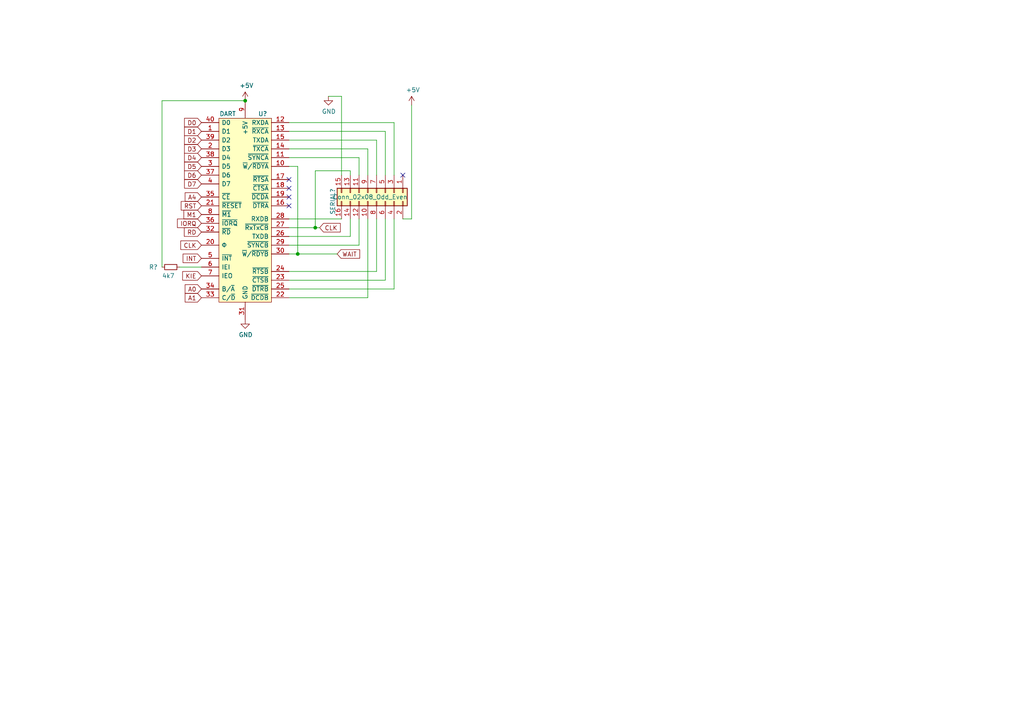
<source format=kicad_sch>
(kicad_sch (version 20211123) (generator eeschema)
  (paper "A4")
  (lib_symbols
    (symbol "Connector_Generic:Conn_02x08_Odd_Even" (pin_names (offset 1.016) hide)
      (property "Reference" "J" (at 1.27 10.16 0))
      (property "Value" "Conn_02x08_Odd_Even" (at 1.27 -12.7 0))
      (symbol "Conn_02x08_Odd_Even_1_1"
        (rectangle (start -1.27 -10.033) (end 0 -10.287) (stroke (width 0.1524)))
        (rectangle (start -1.27 -7.493) (end 0 -7.747) (stroke (width 0.1524)))
        (rectangle (start -1.27 -4.953) (end 0 -5.207) (stroke (width 0.1524)))
        (rectangle (start -1.27 -2.413) (end 0 -2.667) (stroke (width 0.1524)))
        (rectangle (start -1.27 0.127) (end 0 -0.127) (stroke (width 0.1524)))
        (rectangle (start -1.27 2.667) (end 0 2.413) (stroke (width 0.1524)))
        (rectangle (start -1.27 5.207) (end 0 4.953) (stroke (width 0.1524)))
        (rectangle (start -1.27 7.747) (end 0 7.493) (stroke (width 0.1524)))
        (rectangle (start -1.27 8.89) (end 3.81 -11.43) (stroke (width 0.254)) (fill (type background)))
        (rectangle (start 3.81 -10.033) (end 2.54 -10.287) (stroke (width 0.1524)))
        (rectangle (start 3.81 -7.493) (end 2.54 -7.747) (stroke (width 0.1524)))
        (rectangle (start 3.81 -4.953) (end 2.54 -5.207) (stroke (width 0.1524)))
        (rectangle (start 3.81 -2.413) (end 2.54 -2.667) (stroke (width 0.1524)))
        (rectangle (start 3.81 0.127) (end 2.54 -0.127) (stroke (width 0.1524)))
        (rectangle (start 3.81 2.667) (end 2.54 2.413) (stroke (width 0.1524)))
        (rectangle (start 3.81 5.207) (end 2.54 4.953) (stroke (width 0.1524)))
        (rectangle (start 3.81 7.747) (end 2.54 7.493) (stroke (width 0.1524)))
        (pin passive line (at -5.08 7.62 0) (length 3.81) (name "Pin_1") (number "1"))
        (pin passive line (at 7.62 -2.54 180) (length 3.81) (name "Pin_10") (number "10"))
        (pin passive line (at -5.08 -5.08 0) (length 3.81) (name "Pin_11") (number "11"))
        (pin passive line (at 7.62 -5.08 180) (length 3.81) (name "Pin_12") (number "12"))
        (pin passive line (at -5.08 -7.62 0) (length 3.81) (name "Pin_13") (number "13"))
        (pin passive line (at 7.62 -7.62 180) (length 3.81) (name "Pin_14") (number "14"))
        (pin passive line (at -5.08 -10.16 0) (length 3.81) (name "Pin_15") (number "15"))
        (pin passive line (at 7.62 -10.16 180) (length 3.81) (name "Pin_16") (number "16"))
        (pin passive line (at 7.62 7.62 180) (length 3.81) (name "Pin_2") (number "2"))
        (pin passive line (at -5.08 5.08 0) (length 3.81) (name "Pin_3") (number "3"))
        (pin passive line (at 7.62 5.08 180) (length 3.81) (name "Pin_4") (number "4"))
        (pin passive line (at -5.08 2.54 0) (length 3.81) (name "Pin_5") (number "5"))
        (pin passive line (at 7.62 2.54 180) (length 3.81) (name "Pin_6") (number "6"))
        (pin passive line (at -5.08 0 0) (length 3.81) (name "Pin_7") (number "7"))
        (pin passive line (at 7.62 0 180) (length 3.81) (name "Pin_8") (number "8"))
        (pin passive line (at -5.08 -2.54 0) (length 3.81) (name "Pin_9") (number "9"))
      )
    )
    (symbol "Device:R_Small" (pin_numbers hide) (pin_names (offset 0.254) hide)
      (property "Reference" "R" (at 0.762 0.508 0))
      (property "Value" "R_Small" (at 0.762 -1.016 0))
      (symbol "R_Small_0_1"
        (rectangle (start -0.762 1.778) (end 0.762 -1.778) (stroke (width 0.2032)))
      )
      (symbol "R_Small_1_1"
        (pin passive line (at 0 2.54 270) (length 0.762) (name "~") (number "1"))
        (pin passive line (at 0 -2.54 90) (length 0.762) (name "~") (number "2"))
      )
    )
    (symbol "Zilog_Z80_Peripherals:DART-DIP-40" (pin_names (offset 0.762))
      (property "Reference" "IC" (at 0 1.27 0))
      (property "Value" "Zilog_Z80_Peripherals_DART-DIP-40" (at 17.78 1.27 0))
      (symbol "DART-DIP-40_0_0"
        (pin bidirectional line (at -5.08 -3.81 0) (length 5.08) (name "D1") (number "1"))
        (pin output line (at 20.32 -13.97 180) (length 5.08) (name "~{W}/~{RDYA}") (number "10"))
        (pin bidirectional line (at 20.32 -11.43 180) (length 5.08) (name "~{SYNCA}") (number "11"))
        (pin input line (at 20.32 -1.27 180) (length 5.08) (name "RXDA") (number "12"))
        (pin input line (at 20.32 -3.81 180) (length 5.08) (name "~{RXCA}") (number "13"))
        (pin output line (at 20.32 -8.89 180) (length 5.08) (name "~{TXCA}") (number "14"))
        (pin output line (at 20.32 -6.35 180) (length 5.08) (name "TXDA") (number "15"))
        (pin output line (at 20.32 -25.4 180) (length 5.08) (name "~{DTRA}") (number "16"))
        (pin output line (at 20.32 -17.78 180) (length 5.08) (name "~{RTSA}") (number "17"))
        (pin input line (at 20.32 -20.32 180) (length 5.08) (name "~{CTSA}") (number "18"))
        (pin input line (at 20.32 -22.86 180) (length 5.08) (name "~{DCDA}") (number "19"))
        (pin bidirectional line (at -5.08 -8.89 0) (length 5.08) (name "D3") (number "2"))
        (pin input line (at -5.08 -36.83 0) (length 5.08) (name "Φ") (number "20"))
        (pin input line (at -5.08 -25.4 0) (length 5.08) (name "~{RESET}") (number "21"))
        (pin input line (at 20.32 -52.07 180) (length 5.08) (name "~{DCDB}") (number "22"))
        (pin input line (at 20.32 -46.99 180) (length 5.08) (name "~{CTSB}") (number "23"))
        (pin output line (at 20.32 -44.45 180) (length 5.08) (name "~{RTSB}") (number "24"))
        (pin output line (at 20.32 -49.53 180) (length 5.08) (name "~{DTRB}") (number "25"))
        (pin output line (at 20.32 -34.29 180) (length 5.08) (name "TXDB") (number "26"))
        (pin input line (at 20.32 -31.75 180) (length 5.08) (name "~{RxTxCB}") (number "27"))
        (pin input line (at 20.32 -29.21 180) (length 5.08) (name "RXDB") (number "28"))
        (pin input line (at 20.32 -36.83 180) (length 5.08) (name "~{SYNCB}") (number "29"))
        (pin bidirectional line (at -5.08 -13.97 0) (length 5.08) (name "D5") (number "3"))
        (pin output line (at 20.32 -39.37 180) (length 5.08) (name "~{W}/~{RDYB}") (number "30"))
        (pin power_in line (at 7.62 -58.42 90) (length 5.08) (name "GND") (number "31"))
        (pin input line (at -5.08 -33.02 0) (length 5.08) (name "~{RD}") (number "32"))
        (pin input line (at -5.08 -52.07 0) (length 5.08) (name "C/~{D}") (number "33"))
        (pin input line (at -5.08 -49.53 0) (length 5.08) (name "B/~{A}") (number "34"))
        (pin input line (at -5.08 -22.86 0) (length 5.08) (name "~{CE}") (number "35"))
        (pin input line (at -5.08 -30.48 0) (length 5.08) (name "~{IORQ}") (number "36"))
        (pin bidirectional line (at -5.08 -16.51 0) (length 5.08) (name "D6") (number "37"))
        (pin bidirectional line (at -5.08 -11.43 0) (length 5.08) (name "D4") (number "38"))
        (pin bidirectional line (at -5.08 -6.35 0) (length 5.08) (name "D2") (number "39"))
        (pin bidirectional line (at -5.08 -19.05 0) (length 5.08) (name "D7") (number "4"))
        (pin bidirectional line (at -5.08 -1.27 0) (length 5.08) (name "D0") (number "40"))
        (pin open_collector line (at -5.08 -40.64 0) (length 5.08) (name "~{INT}") (number "5"))
        (pin input line (at -5.08 -43.18 0) (length 5.08) (name "IEI") (number "6"))
        (pin output line (at -5.08 -45.72 0) (length 5.08) (name "IEO") (number "7"))
        (pin input line (at -5.08 -27.94 0) (length 5.08) (name "~{M1}") (number "8"))
        (pin power_in line (at 7.62 5.08 270) (length 5.08) (name "+5V") (number "9"))
      )
      (symbol "DART-DIP-40_0_1"
        (rectangle (start 0 0) (end 15.24 -53.34) (fill (type background)))
      )
    )
    (symbol "power:+5V" (power) (pin_names (offset 0))
      (property "Value" "+5V" (at 0 3.556 0))
      (symbol "+5V_0_1"
        (polyline (pts (xy -0.762 1.27) (xy 0 2.54)))
        (polyline (pts (xy 0 0) (xy 0 2.54)))
        (polyline (pts (xy 0 2.54) (xy 0.762 1.27)))
      )
      (symbol "+5V_1_1"
        (pin power_in line (at 0 0 90) (length 0) hide (name "+5V") (number "1"))
      )
    )
    (symbol "power:GND" (power) (pin_names (offset 0))
      (property "Value" "GND" (at 0 -3.81 0))
      (symbol "GND_0_1"
        (polyline (pts (xy 0 0) (xy 0 -1.27) (xy 1.27 -1.27) (xy 0 -2.54) (xy -1.27 -1.27) (xy 0 -1.27)))
      )
      (symbol "GND_1_1"
        (pin power_in line (at 0 0 270) (length 0) hide (name "GND") (number "1"))
      )
    )
  )
  (junction (at 91.44 66.04))
  (junction (at 71.12 29.21))
  (junction (at 86.36 73.66))
  (no_connect (at 83.82 54.61))
  (no_connect (at 116.84 50.8))
  (no_connect (at 83.82 57.15))
  (no_connect (at 83.82 59.69))
  (no_connect (at 83.82 52.07))
  (wire (pts (xy 95.25 27.94) (xy 99.06 27.94)))
  (wire (pts (xy 106.68 43.18) (xy 106.68 50.8)))
  (wire (pts (xy 83.82 71.12) (xy 104.14 71.12)))
  (wire (pts (xy 83.82 86.36) (xy 106.68 86.36)))
  (wire (pts (xy 83.82 40.64) (xy 109.22 40.64)))
  (wire (pts (xy 101.6 68.58) (xy 101.6 63.5)))
  (wire (pts (xy 83.82 81.28) (xy 111.76 81.28)))
  (wire (pts (xy 106.68 63.5) (xy 106.68 86.36)))
  (wire (pts (xy 91.44 49.53) (xy 91.44 66.04)))
  (wire (pts (xy 83.82 68.58) (xy 101.6 68.58)))
  (wire (pts (xy 111.76 81.28) (xy 111.76 63.5)))
  (wire (pts (xy 109.22 78.74) (xy 109.22 63.5)))
  (wire (pts (xy 83.82 63.5) (xy 99.06 63.5)))
  (wire (pts (xy 111.76 38.1) (xy 111.76 50.8)))
  (wire (pts (xy 83.82 48.26) (xy 86.36 48.26)))
  (wire (pts (xy 101.6 50.8) (xy 101.6 49.53)))
  (wire (pts (xy 114.3 83.82) (xy 114.3 63.5)))
  (wire (pts (xy 116.84 63.5) (xy 119.38 63.5)))
  (wire (pts (xy 83.82 66.04) (xy 91.44 66.04)))
  (wire (pts (xy 104.14 71.12) (xy 104.14 63.5)))
  (wire (pts (xy 46.99 29.21) (xy 71.12 29.21)))
  (wire (pts (xy 83.82 38.1) (xy 111.76 38.1)))
  (wire (pts (xy 46.99 29.21) (xy 46.99 77.47)))
  (wire (pts (xy 91.44 66.04) (xy 92.71 66.04)))
  (wire (pts (xy 101.6 49.53) (xy 91.44 49.53)))
  (wire (pts (xy 83.82 45.72) (xy 104.14 45.72)))
  (wire (pts (xy 83.82 43.18) (xy 106.68 43.18)))
  (wire (pts (xy 119.38 63.5) (xy 119.38 30.48)))
  (wire (pts (xy 52.07 77.47) (xy 58.42 77.47)))
  (wire (pts (xy 104.14 45.72) (xy 104.14 50.8)))
  (wire (pts (xy 83.82 78.74) (xy 109.22 78.74)))
  (wire (pts (xy 86.36 48.26) (xy 86.36 73.66)))
  (wire (pts (xy 83.82 35.56) (xy 114.3 35.56)))
  (wire (pts (xy 99.06 27.94) (xy 99.06 50.8)))
  (wire (pts (xy 86.36 73.66) (xy 83.82 73.66)))
  (wire (pts (xy 114.3 35.56) (xy 114.3 50.8)))
  (wire (pts (xy 83.82 83.82) (xy 114.3 83.82)))
  (wire (pts (xy 97.79 73.66) (xy 86.36 73.66)))
  (wire (pts (xy 109.22 40.64) (xy 109.22 50.8)))
  (global_label "CLK" (shape input) (at 58.42 71.12 180) (property "Intersheet References" "${INTERSHEET_REFS}" (effects hide)))
  (global_label "D2" (shape input) (at 58.42 40.64 180) (property "Intersheet References" "${INTERSHEET_REFS}" (effects hide)))
  (global_label "RD" (shape input) (at 58.42 67.31 180) (property "Intersheet References" "${INTERSHEET_REFS}" (effects hide)))
  (global_label "WAIT" (shape input) (at 97.79 73.66 0) (property "Intersheet References" "${INTERSHEET_REFS}" (effects hide)))
  (global_label "D4" (shape input) (at 58.42 45.72 180) (property "Intersheet References" "${INTERSHEET_REFS}" (effects hide)))
  (global_label "RST" (shape input) (at 58.42 59.69 180) (property "Intersheet References" "${INTERSHEET_REFS}" (effects hide)))
  (global_label "IORQ" (shape input) (at 58.42 64.77 180) (property "Intersheet References" "${INTERSHEET_REFS}" (effects hide)))
  (global_label "A4" (shape input) (at 58.42 57.15 180) (property "Intersheet References" "${INTERSHEET_REFS}" (effects hide)))
  (global_label "INT" (shape input) (at 58.42 74.93 180) (property "Intersheet References" "${INTERSHEET_REFS}" (effects hide)))
  (global_label "CLK" (shape input) (at 92.71 66.04 0) (property "Intersheet References" "${INTERSHEET_REFS}" (effects hide)))
  (global_label "D5" (shape input) (at 58.42 48.26 180) (property "Intersheet References" "${INTERSHEET_REFS}" (effects hide)))
  (global_label "A0" (shape input) (at 58.42 83.82 180) (property "Intersheet References" "${INTERSHEET_REFS}" (effects hide)))
  (global_label "KIE" (shape input) (at 58.42 80.01 180) (property "Intersheet References" "${INTERSHEET_REFS}" (effects hide)))
  (global_label "D6" (shape input) (at 58.42 50.8 180) (property "Intersheet References" "${INTERSHEET_REFS}" (effects hide)))
  (global_label "M1" (shape input) (at 58.42 62.23 180) (property "Intersheet References" "${INTERSHEET_REFS}" (effects hide)))
  (global_label "A1" (shape input) (at 58.42 86.36 180) (property "Intersheet References" "${INTERSHEET_REFS}" (effects hide)))
  (global_label "D3" (shape input) (at 58.42 43.18 180) (property "Intersheet References" "${INTERSHEET_REFS}" (effects hide)))
  (global_label "D1" (shape input) (at 58.42 38.1 180) (property "Intersheet References" "${INTERSHEET_REFS}" (effects hide)))
  (global_label "D0" (shape input) (at 58.42 35.56 180) (property "Intersheet References" "${INTERSHEET_REFS}" (effects hide)))
  (global_label "D7" (shape input) (at 58.42 53.34 180) (property "Intersheet References" "${INTERSHEET_REFS}" (effects hide)))
  (symbol (lib_id "Zilog_Z80_Peripherals:DART-DIP-40") (at 63.5 34.29 0) (unit 1)
    (property "Reference" "U?" (at 76.2 33.02 0))
    (property "Value" "DART" (at 66.04 33.02 0))
    (property "Footprint" "Package_DIP:DIP-40_W15.24mm_Socket" (effects hide))
    (property "Datasheet" "http://www.zilog.com/docs/z80/ps0183.pdf" (effects hide))
    (property "Description" "Z80 DART Z8470 Zilog" (effects hide))
    (property "Height" "4.06" (effects hide))
    (property "Manufacturer_Name" "Zilog" (effects hide))
    (property "Manufacturer_Part_Number" "Z84C4206PEG" (effects hide))
    (property "Mouser Part Number" "692-Z84C4206PEG" (effects hide))
    (property "Mouser Price/Stock" "https://www.mouser.com/Search/Refine.aspx?Keyword=692-Z84C4206PEG" (effects hide))
    (property "RS Part Number" "6600766" (effects hide))
    (property "RS Price/Stock" "https://uk.rs-online.com/web/p/products/6600766" (effects hide))
    (property "Allied_Number" "R1000052" (effects hide))
    (property "Allied Price/Stock" "https://www.alliedelec.com/zilog-z84c4206peg/R1000052/" (effects hide))
  )
  (symbol (lib_id "power:GND") (at 71.12 92.71 0) (unit 1)
    (property "Reference" "#PWR?" (effects hide))
    (property "Value" "GND" (at 71.247 97.1042 0))
  )
  (symbol (lib_id "power:+5V") (at 71.12 29.21 0) (unit 1)
    (property "Reference" "#PWR?" (effects hide))
    (property "Value" "+5V" (at 71.501 24.8158 0))
  )
  (symbol (lib_id "Device:R_Small") (at 49.53 77.47 270) (unit 1)
    (property "Reference" "R?" (at 43.18 77.47 90) (effects (justify left)))
    (property "Value" "4k7" (at 46.99 80.01 90) (effects (justify left)))
    (property "Footprint" "Resistor_THT:R_Axial_DIN0207_L6.3mm_D2.5mm_P7.62mm_Horizontal" (effects hide))
  )
  (symbol (lib_id "power:GND") (at 95.25 27.94 0) (unit 1)
    (property "Reference" "#PWR?" (effects hide))
    (property "Value" "GND" (at 95.377 32.3342 0))
  )
  (symbol (lib_id "power:+5V") (at 119.38 30.48 0) (unit 1)
    (property "Reference" "#PWR?" (effects hide))
    (property "Value" "+5V" (at 119.761 26.0858 0))
  )
  (symbol (lib_id "Connector_Generic:Conn_02x08_Odd_Even") (at 109.22 55.88 270) (unit 1)
    (property "Reference" "SERIAL?" (at 96.52 54.61 0) (effects (justify left)))
    (property "Value" "Conn_02x08_Odd_Even" (at 96.52 57.15 90) (effects (justify left)))
    (property "Footprint" "Connector_PinSocket_2.54mm:PinSocket_2x08_P2.54mm_Horizontal" (effects hide))
  )
)
</source>
